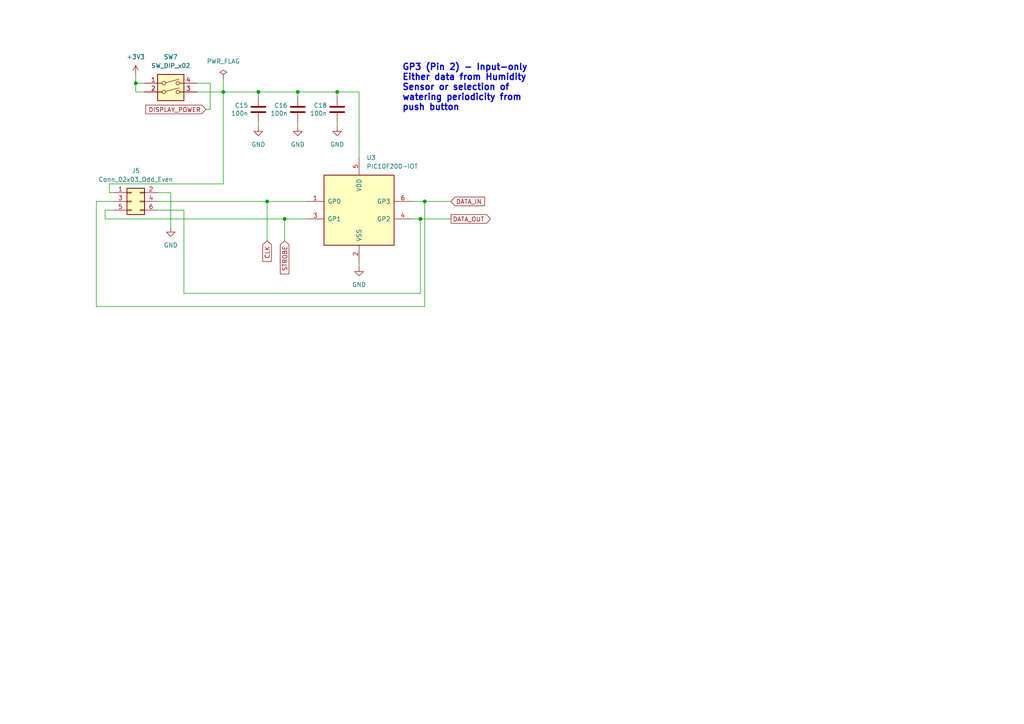
<source format=kicad_sch>
(kicad_sch (version 20250114) (generator "eeschema") (generator_version "9.0")
  (paper "A4")
  (lib_symbols
    (symbol "Connector_Generic:Conn_02x03_Odd_Even" (pin_names (offset 1.016) (hide yes))
      (property "Reference" "J" (at 1.27 5.08 0))
      (property "Value" "Conn_02x03_Odd_Even" (at 1.27 -5.08 0))
      (symbol "Conn_02x03_Odd_Even_1_1"
        (rectangle (start -1.27 3.81) (end 3.81 -3.81) (stroke (width 0.254)) (fill (type background)))
        (rectangle (start -1.27 2.667) (end 0 2.413) (stroke (width 0.1524)))
        (rectangle (start -1.27 0.127) (end 0 -0.127) (stroke (width 0.1524)))
        (rectangle (start -1.27 -2.413) (end 0 -2.667) (stroke (width 0.1524)))
        (rectangle (start 3.81 2.667) (end 2.54 2.413) (stroke (width 0.1524)))
        (rectangle (start 3.81 0.127) (end 2.54 -0.127) (stroke (width 0.1524)))
        (rectangle (start 3.81 -2.413) (end 2.54 -2.667) (stroke (width 0.1524)))
        (pin passive line (at -5.08 2.54 0) (length 3.81) (name "Pin_1") (number "1"))
        (pin passive line (at -5.08 0 0) (length 3.81) (name "Pin_3") (number "3"))
        (pin passive line (at -5.08 -2.54 0) (length 3.81) (name "Pin_5") (number "5"))
        (pin passive line (at 7.62 2.54 180) (length 3.81) (name "Pin_2") (number "2"))
        (pin passive line (at 7.62 0 180) (length 3.81) (name "Pin_4") (number "4"))
        (pin passive line (at 7.62 -2.54 180) (length 3.81) (name "Pin_6") (number "6"))
      )
    )
    (symbol "Device:C" (pin_numbers (hide yes)) (pin_names (offset 0.254))
      (property "Reference" "C" (at 0.635 2.54 0))
      (property "Value" "C" (at 0.635 -2.54 0))
      (symbol "C_0_1"
        (polyline (pts (xy -2.032 0.762) (xy 2.032 0.762)) (stroke (width 0.508)))
        (polyline (pts (xy -2.032 -0.762) (xy 2.032 -0.762)) (stroke (width 0.508)))
      )
      (symbol "C_1_1"
        (pin passive line (at 0 3.81 270) (length 2.794) (name "~") (number "1"))
        (pin passive line (at 0 -3.81 90) (length 2.794) (name "~") (number "2"))
      )
    )
    (symbol "MCU_Microchip_PIC10:PIC10F200-IOT" (pin_names (offset 1.016))
      (property "Reference" "U" (at 1.27 13.97 0))
      (property "Value" "PIC10F200-IOT" (at 1.27 11.43 0))
      (symbol "PIC10F200-IOT_0_1"
        (rectangle (start -10.16 10.16) (end 10.16 -10.16) (stroke (width 0.254)) (fill (type background)))
      )
      (symbol "PIC10F200-IOT_1_1"
        (pin bidirectional line (at -15.24 2.54 0) (length 5.08) (name "GP0") (number "1"))
        (pin bidirectional line (at -15.24 -2.54 0) (length 5.08) (name "GP1") (number "3"))
        (pin power_in line (at 0 15.24 270) (length 5.08) (name "VDD") (number "5"))
        (pin power_in line (at 0 -15.24 90) (length 5.08) (name "VSS") (number "2"))
        (pin input line (at 15.24 2.54 180) (length 5.08) (name "GP3") (number "6"))
        (pin bidirectional line (at 15.24 -2.54 180) (length 5.08) (name "GP2") (number "4"))
      )
    )
    (symbol "Switch:SW_DIP_x02" (pin_names (offset 0) (hide yes))
      (property "Reference" "SW" (at 0 6.35 0))
      (property "Value" "SW_DIP_x02" (at 0 -3.81 0))
      (symbol "SW_DIP_x02_0_0"
        (circle (center -2.032 2.54) (radius 0.508))
        (circle (center -2.032 0) (radius 0.508))
        (polyline (pts (xy -1.524 2.667) (xy 2.3622 3.7084)))
        (polyline (pts (xy -1.524 0.127) (xy 2.3622 1.1684)))
        (circle (center 2.032 2.54) (radius 0.508))
        (circle (center 2.032 0) (radius 0.508))
      )
      (symbol "SW_DIP_x02_0_1"
        (rectangle (start -3.81 5.08) (end 3.81 -2.54) (stroke (width 0.254)) (fill (type background)))
      )
      (symbol "SW_DIP_x02_1_1"
        (pin passive line (at -7.62 2.54 0) (length 5.08) (name "~") (number "1"))
        (pin passive line (at -7.62 0 0) (length 5.08) (name "~") (number "2"))
        (pin passive line (at 7.62 2.54 180) (length 5.08) (name "~") (number "4"))
        (pin passive line (at 7.62 0 180) (length 5.08) (name "~") (number "3"))
      )
    )
    (symbol "power:+3V3" (power) (pin_numbers (hide yes)) (pin_names (offset 0) (hide yes))
      (property "Value" "+3V3" (at 0 3.556 0))
      (symbol "+3V3_0_1"
        (polyline (pts (xy -0.762 1.27) (xy 0 2.54)))
        (polyline (pts (xy 0 2.54) (xy 0.762 1.27)))
        (polyline (pts (xy 0 0) (xy 0 2.54)))
      )
      (symbol "+3V3_1_1"
        (pin power_in line (at 0 0 90) (length 0) (name "~") (number "1"))
      )
    )
    (symbol "power:GND" (power) (pin_numbers (hide yes)) (pin_names (offset 0) (hide yes))
      (property "Value" "GND" (at 0 -3.81 0))
      (symbol "GND_0_1"
        (polyline (pts (xy 0 0) (xy 0 -1.27) (xy 1.27 -1.27) (xy 0 -2.54) (xy -1.27 -1.27) (xy 0 -1.27)))
      )
      (symbol "GND_1_1"
        (pin power_in line (at 0 0 270) (length 0) (name "~") (number "1"))
      )
    )
    (symbol "power:PWR_FLAG" (power) (pin_numbers (hide yes)) (pin_names (offset 0) (hide yes))
      (property "Value" "PWR_FLAG" (at 0 3.81 0))
      (symbol "PWR_FLAG_0_0"
        (pin power_out line (at 0 0 90) (length 0) (name "~") (number "1"))
      )
      (symbol "PWR_FLAG_0_1"
        (polyline (pts (xy 0 0) (xy 0 1.27) (xy -1.016 1.905) (xy 0 2.54) (xy 1.016 1.905) (xy 0 1.27)))
      )
    )
  )
  (text "GP3 (Pin 2) - Input-only\nEither data from Humidity\nSensor or selection of\nwatering periodicity from\npush button" (at 116.586 32.258 0) (effects (font (size 1.8034 1.8034) (thickness 0.3607) (bold yes)) (justify left bottom)))
  (junction (at 86.36 26.67))
  (junction (at 64.77 26.67))
  (junction (at 74.93 26.67))
  (junction (at 82.55 63.5))
  (junction (at 123.19 58.42))
  (junction (at 39.37 24.13))
  (junction (at 97.79 26.67))
  (junction (at 121.92 63.5))
  (junction (at 77.47 58.42))
  (wire (pts (xy 31.75 53.34) (xy 31.75 55.88)))
  (wire (pts (xy 82.55 63.5) (xy 82.55 69.85)))
  (wire (pts (xy 121.92 85.09) (xy 53.34 85.09)))
  (wire (pts (xy 27.94 88.9) (xy 27.94 58.42)))
  (wire (pts (xy 119.38 63.5) (xy 121.92 63.5)))
  (wire (pts (xy 64.77 53.34) (xy 64.77 26.67)))
  (wire (pts (xy 97.79 26.67) (xy 104.14 26.67)))
  (wire (pts (xy 30.48 63.5) (xy 30.48 60.96)))
  (wire (pts (xy 49.53 55.88) (xy 49.53 66.04)))
  (wire (pts (xy 45.72 58.42) (xy 77.47 58.42)))
  (wire (pts (xy 97.79 26.67) (xy 97.79 27.94)))
  (wire (pts (xy 130.81 58.42) (xy 123.19 58.42)))
  (wire (pts (xy 121.92 63.5) (xy 121.92 85.09)))
  (wire (pts (xy 86.36 26.67) (xy 97.79 26.67)))
  (wire (pts (xy 45.72 55.88) (xy 49.53 55.88)))
  (wire (pts (xy 74.93 26.67) (xy 86.36 26.67)))
  (wire (pts (xy 104.14 26.67) (xy 104.14 45.72)))
  (wire (pts (xy 64.77 26.67) (xy 74.93 26.67)))
  (wire (pts (xy 53.34 60.96) (xy 53.34 85.09)))
  (wire (pts (xy 39.37 24.13) (xy 39.37 26.67)))
  (wire (pts (xy 123.19 88.9) (xy 27.94 88.9)))
  (wire (pts (xy 77.47 58.42) (xy 88.9 58.42)))
  (wire (pts (xy 104.14 76.2) (xy 104.14 77.47)))
  (wire (pts (xy 60.96 24.13) (xy 60.96 31.75)))
  (wire (pts (xy 59.69 31.75) (xy 60.96 31.75)))
  (wire (pts (xy 39.37 24.13) (xy 41.91 24.13)))
  (wire (pts (xy 39.37 26.67) (xy 41.91 26.67)))
  (wire (pts (xy 57.15 24.13) (xy 60.96 24.13)))
  (wire (pts (xy 74.93 35.56) (xy 74.93 36.83)))
  (wire (pts (xy 82.55 63.5) (xy 88.9 63.5)))
  (wire (pts (xy 64.77 22.86) (xy 64.77 26.67)))
  (wire (pts (xy 30.48 63.5) (xy 82.55 63.5)))
  (wire (pts (xy 57.15 26.67) (xy 64.77 26.67)))
  (wire (pts (xy 31.75 53.34) (xy 64.77 53.34)))
  (wire (pts (xy 27.94 58.42) (xy 33.02 58.42)))
  (wire (pts (xy 30.48 60.96) (xy 33.02 60.96)))
  (wire (pts (xy 31.75 55.88) (xy 33.02 55.88)))
  (wire (pts (xy 121.92 63.5) (xy 130.81 63.5)))
  (wire (pts (xy 77.47 58.42) (xy 77.47 69.85)))
  (wire (pts (xy 123.19 58.42) (xy 123.19 88.9)))
  (wire (pts (xy 123.19 58.42) (xy 119.38 58.42)))
  (wire (pts (xy 86.36 35.56) (xy 86.36 36.83)))
  (wire (pts (xy 74.93 26.67) (xy 74.93 27.94)))
  (wire (pts (xy 45.72 60.96) (xy 53.34 60.96)))
  (wire (pts (xy 97.79 35.56) (xy 97.79 36.83)))
  (wire (pts (xy 86.36 26.67) (xy 86.36 27.94)))
  (wire (pts (xy 39.37 21.59) (xy 39.37 24.13)))
  (global_label "STROBE" (shape input) (at 82.55 69.85 270) (property "Intersheetrefs" "${INTERSHEET_REFS}" (effects (hide yes))))
  (global_label "DATA_OUT" (shape output) (at 130.81 63.5 0) (property "Intersheetrefs" "${INTERSHEET_REFS}" (effects (hide yes))))
  (global_label "DISPLAY_POWER" (shape input) (at 59.69 31.75 180) (property "Intersheetrefs" "${INTERSHEET_REFS}" (effects (hide yes))))
  (global_label "CLK" (shape input) (at 77.47 69.85 270) (property "Intersheetrefs" "${INTERSHEET_REFS}" (effects (hide yes))))
  (global_label "DATA_IN" (shape input) (at 130.81 58.42 0) (property "Intersheetrefs" "${INTERSHEET_REFS}" (effects (hide yes))))
  (symbol (lib_id "Device:C") (at 97.79 31.75 0) (mirror y) (unit 1)
    (property "Reference" "C18" (at 94.869 30.5816 0) (effects (justify left)))
    (property "Value" "100n" (at 94.869 32.893 0) (effects (justify left)))
    (property "Footprint" "Capacitor_SMD:C_0805_2012Metric" (effects (hide yes)))
    (property "Description" "Unpolarized capacitor" (effects (hide yes)))
  )
  (symbol (lib_id "power:PWR_FLAG") (at 64.77 22.86 0) (unit 1)
    (property "Reference" "#FLG01" (effects (hide yes)))
    (property "Value" "PWR_FLAG" (at 64.77 17.78 0))
    (property "Description" "Special symbol for telling ERC where power comes from" (effects (hide yes)))
  )
  (symbol (lib_id "Switch:SW_DIP_x02") (at 49.53 26.67 0) (unit 1)
    (property "Reference" "SW7" (at 49.53 16.51 0))
    (property "Value" "SW_DIP_x02" (at 49.53 19.05 0))
    (property "Footprint" "Package_DIP:DIP-4_W7.62mm" (effects (hide yes)))
    (property "Description" "2x DIP Switch, Single Pole Single Throw (SPST) switch, small symbol" (effects (hide yes)))
  )
  (symbol (lib_id "power:GND") (at 104.14 77.47 0) (unit 1)
    (property "Reference" "#PWR045" (effects (hide yes)))
    (property "Value" "GND" (at 104.14 82.55 0))
    (property "Description" "Power symbol creates a global label with name \"GND\" , ground" (effects (hide yes)))
  )
  (symbol (lib_id "power:GND") (at 74.93 36.83 0) (unit 1)
    (property "Reference" "#PWR038" (effects (hide yes)))
    (property "Value" "GND" (at 74.93 41.91 0))
    (property "Description" "Power symbol creates a global label with name \"GND\" , ground" (effects (hide yes)))
  )
  (symbol (lib_id "Device:C") (at 86.36 31.75 0) (mirror y) (unit 1)
    (property "Reference" "C16" (at 83.439 30.5816 0) (effects (justify left)))
    (property "Value" "100n" (at 83.439 32.893 0) (effects (justify left)))
    (property "Footprint" "Capacitor_SMD:C_0805_2012Metric" (effects (hide yes)))
    (property "Description" "Unpolarized capacitor" (effects (hide yes)))
  )
  (symbol (lib_id "power:GND") (at 97.79 36.83 0) (unit 1)
    (property "Reference" "#PWR044" (effects (hide yes)))
    (property "Value" "GND" (at 97.79 41.91 0))
    (property "Description" "Power symbol creates a global label with name \"GND\" , ground" (effects (hide yes)))
  )
  (symbol (lib_id "Device:C") (at 74.93 31.75 0) (mirror y) (unit 1)
    (property "Reference" "C15" (at 72.009 30.5816 0) (effects (justify left)))
    (property "Value" "100n" (at 72.009 32.893 0) (effects (justify left)))
    (property "Footprint" "Capacitor_SMD:C_0805_2012Metric" (effects (hide yes)))
    (property "Description" "Unpolarized capacitor" (effects (hide yes)))
  )
  (symbol (lib_id "Connector_Generic:Conn_02x03_Odd_Even") (at 38.1 58.42 0) (unit 1)
    (property "Reference" "J5" (at 39.37 49.53 0))
    (property "Value" "Conn_02x03_Odd_Even" (at 39.37 52.07 0))
    (property "Footprint" "Connector_PinHeader_2.54mm:PinHeader_2x03_P2.54mm_Vertical" (effects (hide yes)))
    (property "Description" "Generic connector, double row, 02x03, odd/even pin numbering scheme (row 1 odd numbers, row 2 even numbers), script generated (kicad-library-utils/schlib/autogen/connector/)" (effects (hide yes)))
  )
  (symbol (lib_id "power:+3V3") (at 39.37 21.59 0) (unit 1)
    (property "Reference" "#PWR037" (effects (hide yes)))
    (property "Value" "+3V3" (at 39.37 16.51 0))
    (property "Description" "Power symbol creates a global label with name \"+3V3\"" (effects (hide yes)))
  )
  (symbol (lib_id "power:GND") (at 49.53 66.04 0) (unit 1)
    (property "Reference" "#PWR042" (effects (hide yes)))
    (property "Value" "GND" (at 49.53 71.12 0))
    (property "Description" "Power symbol creates a global label with name \"GND\" , ground" (effects (hide yes)))
  )
  (symbol (lib_id "power:GND") (at 86.36 36.83 0) (unit 1)
    (property "Reference" "#PWR041" (effects (hide yes)))
    (property "Value" "GND" (at 86.36 41.91 0))
    (property "Description" "Power symbol creates a global label with name \"GND\" , ground" (effects (hide yes)))
  )
  (symbol (lib_id "MCU_Microchip_PIC10:PIC10F200-IOT") (at 104.14 60.96 0) (unit 1)
    (property "Reference" "U3" (at 106.2833 45.72 0) (effects (justify left)))
    (property "Value" "PIC10F200-IOT" (at 106.2833 48.26 0) (effects (justify left)))
    (property "Footprint" "Package_TO_SOT_SMD:SOT-23-6" (effects (hide yes)))
    (property "Datasheet" "http://ww1.microchip.com/downloads/en/DeviceDoc/41239D.pdf" (effects (hide yes)))
    (property "Description" "256W Flash, 16B SRAM, SOT-23-6" (effects (hide yes)))
  )
)
</source>
